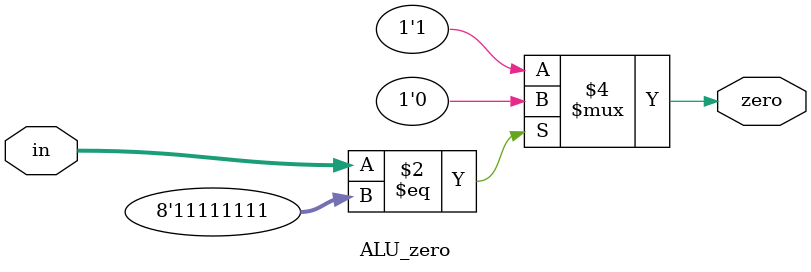
<source format=v>

`timescale 1ns / 1ns

module ALU_zero(zero, in);

//-------------Input Ports-----------------------------
input wire [7:0] in;
//-------------Output Ports----------------------------
output reg zero; 	

//------------------Instructions-----------------------

always @(in)
begin
	if (in == 8'b11111111) begin
		zero = 0;
	end else begin
		zero = 1;
	end
end


endmodule

</source>
